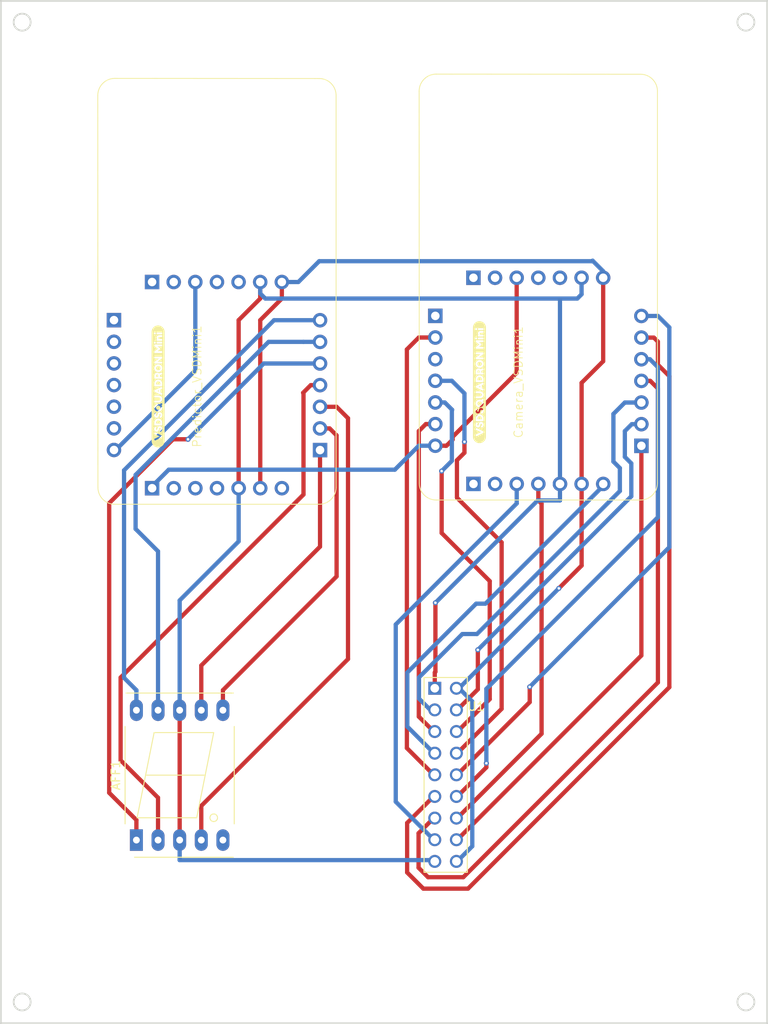
<source format=kicad_pcb>
(kicad_pcb (version 20240108) (generator "pcbnew") (generator_version "8.0")
  (layers (0 "F.Cu" signal) (31 "B.Cu" signal) (34 "B.Paste" user) (35 "F.Paste" user) (36 "B.SilkS" user "B.Silkscreen") (37 "F.SilkS" user "F.Silkscreen") (38 "B.Mask" user) (39 "F.Mask" user) (44 "Edge.Cuts" user))
  (net 0 "")
  (net 1 "Net-(AFF1-c)")
  (net 2 "Net-(AFF1-b)")
  (net 3 "Net-(AFF1-e)")
  (net 4 "Net-(AFF1-a)")
  (net 5 "+3.3V")
  (net 6 "Net-(AFF1-d)")
  (net 7 "Net-(AFF1-f)")
  (net 8 "Net-(AFF1-g)")
  (net 11 "Net-(Camera_VSDMini1-Nano_PC7)")
  (net 13 "Net-(Camera_VSDMini1-Nano_PC4)")
  (net 14 "Net-(Camera_VSDMini1-Nano_PD4)")
  (net 15 "Net-(Camera_VSDMini1-Nano_PD3)")
  (net 16 "Net-(Camera_VSDMini1-Nano_PA2)")
  (net 18 "Net-(Camera_VSDMini1-Nano_PD5)")
  (net 20 "GND")
  (net 21 "Net-(Camera_VSDMini1-Nano_PA1)")
  (net 22 "Net-(Camera_VSDMini1-Nano_PC1)")
  (net 25 "Net-(Camera_VSDMini1-Nano_PD0)")
  (net 26 "Net-(Camera_VSDMini1-Nano_PC6)")
  (net 27 "Net-(Camera_VSDMini1-Nano_PC2)")
  (net 28 "Net-(Camera_VSDMini1-Nano_PC5)")
  (net 29 "Net-(Camera_VSDMini1-Nano_PC0)")
  (net 31 "Net-(Camera_VSDMini1-Nano_PC3)")
  (net 32 "Net-(Camera_VSDMini1-Nano_PD2)")
  (net 36 "Net-(Predictor_VSDMini1-Nano_PD5)")
  (footprint "VSD:VSDSquadron Mini" (layer "F.Cu") (at 73.5486 95.2564 90)
    (property "Reference" "Predictor_VSDMini1" (at 0 -0.5 90) (layer "F.SilkS") (effects (font (thickness 0.1))))
    (property "Value" "~")
    (pad "1" thru_hole rect (at -11.943567 -5.783567 90) (size 1.7 1.7) (drill 1) (layers "*.Cu" "*.Mask") (net 18 "Net-(Camera_VSDMini1-Nano_PD5)"))
    (pad "2" thru_hole oval (at -11.943567 -3.243567 90) (size 1.7 1.7) (drill 1) (layers "*.Cu" "*.Mask"))
    (pad "3" thru_hole oval (at -11.943567 -0.703567 90) (size 1.7 1.7) (drill 1) (layers "*.Cu" "*.Mask"))
    (pad "4" thru_hole oval (at -11.943567 1.836433 90) (size 1.7 1.7) (drill 1) (layers "*.Cu" "*.Mask"))
    (pad "5" thru_hole oval (at -11.943567 4.376433 90) (size 1.7 1.7) (drill 1) (layers "*.Cu" "*.Mask") (net 5 "+3.3V"))
    (pad "5" thru_hole oval (at -11.943567 4.376433 90) (size 1.7 1.7) (drill 1) (layers "*.Cu" "*.Mask") (net 5 "+3.3V"))
    (pad "6" thru_hole oval (at -11.943567 6.916433 90) (size 1.7 1.7) (drill 1) (layers "*.Cu" "*.Mask") (net 20 "GND"))
    (pad "7" thru_hole oval (at -11.943567 9.456433 90) (size 1.7 1.7) (drill 1) (layers "*.Cu" "*.Mask"))
    (pad "8" thru_hole rect (at -7.468567 13.936433 180) (size 1.7 1.7) (drill 1) (layers "*.Cu" "*.Mask") (net 4 "Net-(AFF1-a)"))
    (pad "9" thru_hole oval (at -4.928567 13.936433 180) (size 1.7 1.7) (drill 1) (layers "*.Cu" "*.Mask") (net 2 "Net-(AFF1-b)"))
    (pad "10" thru_hole oval (at -2.388567 13.936433 180) (size 1.7 1.7) (drill 1) (layers "*.Cu" "*.Mask") (net 1 "Net-(AFF1-c)"))
    (pad "11" thru_hole oval (at 0.151433 13.936433 180) (size 1.7 1.7) (drill 1) (layers "*.Cu" "*.Mask") (net 6 "Net-(AFF1-d)"))
    (pad "12" thru_hole oval (at 2.691433 13.936433 180) (size 1.7 1.7) (drill 1) (layers "*.Cu" "*.Mask") (net 3 "Net-(AFF1-e)"))
    (pad "13" thru_hole oval (at 5.231433 13.936433 180) (size 1.7 1.7) (drill 1) (layers "*.Cu" "*.Mask") (net 7 "Net-(AFF1-f)"))
    (pad "14" thru_hole oval (at 7.771433 13.936433 180) (size 1.7 1.7) (drill 1) (layers "*.Cu" "*.Mask") (net 8 "Net-(AFF1-g)"))
    (pad "15" thru_hole oval (at 12.256433 9.451433 90) (size 1.7 1.7) (drill 1) (layers "*.Cu" "*.Mask") (net 20 "GND"))
    (pad "16" thru_hole oval (at 12.256433 6.911433 90) (size 1.7 1.7) (drill 1) (layers "*.Cu" "*.Mask") (net 5 "+3.3V"))
    (pad "17" thru_hole oval (at 12.256433 4.371433 90) (size 1.7 1.7) (drill 1) (layers "*.Cu" "*.Mask"))
    (pad "18" thru_hole oval (at 12.256433 1.831433 90) (size 1.7 1.7) (drill 1) (layers "*.Cu" "*.Mask"))
    (pad "19" thru_hole oval (at 12.256433 -0.708567 90) (size 1.7 1.7) (drill 1) (layers "*.Cu" "*.Mask") (net 36 "Net-(Predictor_VSDMini1-Nano_PD5)"))
    (pad "20" thru_hole oval (at 12.256433 -3.248567 90) (size 1.7 1.7) (drill 1) (layers "*.Cu" "*.Mask"))
    (pad "21" thru_hole rect (at 12.256433 -5.788567 90) (size 1.7 1.7) (drill 1) (layers "*.Cu" "*.Mask"))
    (pad "22" thru_hole rect (at 7.781433 -10.263567) (size 1.7 1.7) (drill 1) (layers "*.Cu" "*.Mask"))
    (pad "23" thru_hole oval (at 5.241433 -10.263567) (size 1.7 1.7) (drill 1) (layers "*.Cu" "*.Mask"))
    (pad "24" thru_hole oval (at 2.701433 -10.263567) (size 1.7 1.7) (drill 1) (layers "*.Cu" "*.Mask"))
    (pad "25" thru_hole oval (at 0.161433 -10.263567) (size 1.7 1.7) (drill 1) (layers "*.Cu" "*.Mask"))
    (pad "26" thru_hole oval (at -2.378567 -10.263567) (size 1.7 1.7) (drill 1) (layers "*.Cu" "*.Mask"))
    (pad "27" thru_hole oval (at -4.918567 -10.263567) (size 1.7 1.7) (drill 1) (layers "*.Cu" "*.Mask"))
    (pad "28" thru_hole oval (at -7.458567 -10.263567) (size 1.7 1.7) (drill 1) (layers "*.Cu" "*.Mask") (net 36 "Net-(Predictor_VSDMini1-Nano_PD5)"))
  )
  (footprint "Display_7Segment:7SegmentLED_LTS6760_LTS6780" (layer "F.Cu") (at 65.92 148.5 90)
    (property "Reference" "AFF1" (at 7.62 -2.42 90) (layer "F.SilkS"))
    (property "Value" "LTS-6960HR")
    (pad "1" thru_hole rect (at 0 0) (size 1.524 2.524) (drill 0.8) (layers "*.Cu" "*.Mask") (net 3 "Net-(AFF1-e)"))
    (pad "2" thru_hole oval (at 0 2.54) (size 1.524 2.524) (drill 0.8) (layers "*.Cu" "*.Mask") (net 6 "Net-(AFF1-d)"))
    (pad "3" thru_hole oval (at 0 5.08) (size 1.524 2.524) (drill 0.8) (layers "*.Cu" "*.Mask") (net 5 "+3.3V"))
    (pad "4" thru_hole oval (at 0 7.62) (size 1.524 2.524) (drill 0.8) (layers "*.Cu" "*.Mask") (net 1 "Net-(AFF1-c)"))
    (pad "5" thru_hole oval (at 0 10.16) (size 1.524 2.524) (drill 0.8) (layers "*.Cu" "*.Mask"))
    (pad "6" thru_hole oval (at 15.24 10.16) (size 1.524 2.524) (drill 0.8) (layers "*.Cu" "*.Mask") (net 2 "Net-(AFF1-b)"))
    (pad "7" thru_hole oval (at 15.24 7.62) (size 1.524 2.524) (drill 0.8) (layers "*.Cu" "*.Mask") (net 4 "Net-(AFF1-a)"))
    (pad "8" thru_hole oval (at 15.24 5.08) (size 1.524 2.524) (drill 0.8) (layers "*.Cu" "*.Mask") (net 5 "+3.3V"))
    (pad "9" thru_hole oval (at 15.24 2.54) (size 1.524 2.524) (drill 0.8) (layers "*.Cu" "*.Mask") (net 7 "Net-(AFF1-f)"))
    (pad "10" thru_hole oval (at 15.24 0) (size 1.524 2.524) (drill 0.8) (layers "*.Cu" "*.Mask") (net 8 "Net-(AFF1-g)"))
  )
  (footprint "VSD:VSDSquadron Mini" (layer "F.Cu") (at 111.2886 94.7564 90)
    (property "Reference" "Camera_VSDMini1" (at 0 -0.5 90) (layer "F.SilkS") (effects (font (thickness 0.1))))
    (property "Value" "~")
    (pad "1" thru_hole rect (at -11.943567 -5.783567 90) (size 1.7 1.7) (drill 1) (layers "*.Cu" "*.Mask"))
    (pad "2" thru_hole oval (at -11.943567 -3.243567 90) (size 1.7 1.7) (drill 1) (layers "*.Cu" "*.Mask"))
    (pad "3" thru_hole oval (at -11.943567 -0.703567 90) (size 1.7 1.7) (drill 1) (layers "*.Cu" "*.Mask") (net 21 "Net-(Camera_VSDMini1-Nano_PA1)"))
    (pad "4" thru_hole oval (at -11.943567 1.836433 90) (size 1.7 1.7) (drill 1) (layers "*.Cu" "*.Mask") (net 16 "Net-(Camera_VSDMini1-Nano_PA2)"))
    (pad "5" thru_hole oval (at -11.943567 4.376433 90) (size 1.7 1.7) (drill 1) (layers "*.Cu" "*.Mask") (net 5 "+3.3V"))
    (pad "5" thru_hole oval (at -11.943567 4.376433 90) (size 1.7 1.7) (drill 1) (layers "*.Cu" "*.Mask") (net 5 "+3.3V"))
    (pad "6" thru_hole oval (at -11.943567 6.916433 90) (size 1.7 1.7) (drill 1) (layers "*.Cu" "*.Mask") (net 20 "GND"))
    (pad "7" thru_hole oval (at -11.943567 9.456433 90) (size 1.7 1.7) (drill 1) (layers "*.Cu" "*.Mask") (net 25 "Net-(Camera_VSDMini1-Nano_PD0)"))
    (pad "8" thru_hole rect (at -7.468567 13.936433 180) (size 1.7 1.7) (drill 1) (layers "*.Cu" "*.Mask") (net 29 "Net-(Camera_VSDMini1-Nano_PC0)"))
    (pad "9" thru_hole oval (at -4.928567 13.936433 180) (size 1.7 1.7) (drill 1) (layers "*.Cu" "*.Mask") (net 22 "Net-(Camera_VSDMini1-Nano_PC1)"))
    (pad "10" thru_hole oval (at -2.388567 13.936433 180) (size 1.7 1.7) (drill 1) (layers "*.Cu" "*.Mask") (net 27 "Net-(Camera_VSDMini1-Nano_PC2)"))
    (pad "11" thru_hole oval (at 0.151433 13.936433 180) (size 1.7 1.7) (drill 1) (layers "*.Cu" "*.Mask") (net 31 "Net-(Camera_VSDMini1-Nano_PC3)"))
    (pad "12" thru_hole oval (at 2.691433 13.936433 180) (size 1.7 1.7) (drill 1) (layers "*.Cu" "*.Mask") (net 13 "Net-(Camera_VSDMini1-Nano_PC4)"))
    (pad "13" thru_hole oval (at 5.231433 13.936433 180) (size 1.7 1.7) (drill 1) (layers "*.Cu" "*.Mask") (net 28 "Net-(Camera_VSDMini1-Nano_PC5)"))
    (pad "14" thru_hole oval (at 7.771433 13.936433 180) (size 1.7 1.7) (drill 1) (layers "*.Cu" "*.Mask") (net 26 "Net-(Camera_VSDMini1-Nano_PC6)"))
    (pad "15" thru_hole oval (at 12.256433 9.451433 90) (size 1.7 1.7) (drill 1) (layers "*.Cu" "*.Mask") (net 20 "GND"))
    (pad "16" thru_hole oval (at 12.256433 6.911433 90) (size 1.7 1.7) (drill 1) (layers "*.Cu" "*.Mask") (net 5 "+3.3V"))
    (pad "17" thru_hole oval (at 12.256433 4.371433 90) (size 1.7 1.7) (drill 1) (layers "*.Cu" "*.Mask"))
    (pad "18" thru_hole oval (at 12.256433 1.831433 90) (size 1.7 1.7) (drill 1) (layers "*.Cu" "*.Mask"))
    (pad "19" thru_hole oval (at 12.256433 -0.708567 90) (size 1.7 1.7) (drill 1) (layers "*.Cu" "*.Mask") (net 18 "Net-(Camera_VSDMini1-Nano_PD5)"))
    (pad "20" thru_hole oval (at 12.256433 -3.248567 90) (size 1.7 1.7) (drill 1) (layers "*.Cu" "*.Mask"))
    (pad "21" thru_hole rect (at 12.256433 -5.788567 90) (size 1.7 1.7) (drill 1) (layers "*.Cu" "*.Mask"))
    (pad "22" thru_hole rect (at 7.781433 -10.263567) (size 1.7 1.7) (drill 1) (layers "*.Cu" "*.Mask"))
    (pad "23" thru_hole oval (at 5.241433 -10.263567) (size 1.7 1.7) (drill 1) (layers "*.Cu" "*.Mask") (net 11 "Net-(Camera_VSDMini1-Nano_PC7)"))
    (pad "24" thru_hole oval (at 2.701433 -10.263567) (size 1.7 1.7) (drill 1) (layers "*.Cu" "*.Mask"))
    (pad "25" thru_hole oval (at 0.161433 -10.263567) (size 1.7 1.7) (drill 1) (layers "*.Cu" "*.Mask") (net 32 "Net-(Camera_VSDMini1-Nano_PD2)"))
    (pad "26" thru_hole oval (at -2.378567 -10.263567) (size 1.7 1.7) (drill 1) (layers "*.Cu" "*.Mask") (net 15 "Net-(Camera_VSDMini1-Nano_PD3)"))
    (pad "27" thru_hole oval (at -4.918567 -10.263567) (size 1.7 1.7) (drill 1) (layers "*.Cu" "*.Mask") (net 14 "Net-(Camera_VSDMini1-Nano_PD4)"))
    (pad "28" thru_hole oval (at -7.458567 -10.263567) (size 1.7 1.7) (drill 1) (layers "*.Cu" "*.Mask") (net 18 "Net-(Camera_VSDMini1-Nano_PD5)"))
  )
  (footprint "OV7670:CAMERA-OV7670-DIP" (layer "F.Cu") (at 114.46 141)
    (property "Reference" "U1" (at -8.652 -8.19 180) (layer "F.SilkS"))
    (property "Value" "CAMERA-OV7670")
    (pad "P$1" thru_hole circle (at -13.5 10) (size 1.524 1.524) (drill 1.016) (layers "*.Cu" "*.Mask") (net 5 "+3.3V"))
    (pad "P$2" thru_hole circle (at -13.5 7.46) (size 1.524 1.524) (drill 1.016) (layers "*.Cu" "*.Mask") (net 21 "Net-(Camera_VSDMini1-Nano_PA1)"))
    (pad "P$3" thru_hole circle (at -13.5 4.92) (size 1.524 1.524) (drill 1.016) (layers "*.Cu" "*.Mask") (net 31 "Net-(Camera_VSDMini1-Nano_PC3)"))
    (pad "P$4" thru_hole circle (at -13.5 2.38) (size 1.524 1.524) (drill 1.016) (layers "*.Cu" "*.Mask") (net 28 "Net-(Camera_VSDMini1-Nano_PC5)"))
    (pad "P$5" thru_hole circle (at -13.5 -0.16) (size 1.524 1.524) (drill 1.016) (layers "*.Cu" "*.Mask") (net 11 "Net-(Camera_VSDMini1-Nano_PC7)"))
    (pad "P$6" thru_hole circle (at -13.5 -2.7) (size 1.524 1.524) (drill 1.016) (layers "*.Cu" "*.Mask") (net 25 "Net-(Camera_VSDMini1-Nano_PD0)"))
    (pad "P$7" thru_hole circle (at -13.5 -5.24) (size 1.524 1.524) (drill 1.016) (layers "*.Cu" "*.Mask") (net 14 "Net-(Camera_VSDMini1-Nano_PD4)"))
    (pad "P$8" thru_hole circle (at -13.5 -7.78) (size 1.524 1.524) (drill 1.016) (layers "*.Cu" "*.Mask") (net 27 "Net-(Camera_VSDMini1-Nano_PC2)"))
    (pad "P$9" thru_hole rect (at -13.5 -10.32) (size 1.524 1.524) (drill 1.016) (layers "*.Cu" "*.Mask") (net 5 "+3.3V"))
    (pad "P$10" thru_hole circle (at -10.96 -10.32) (size 1.524 1.524) (drill 1.016) (layers "*.Cu" "*.Mask") (net 20 "GND"))
    (pad "P$11" thru_hole circle (at -10.96 -7.78) (size 1.524 1.524) (drill 1.016) (layers "*.Cu" "*.Mask") (net 22 "Net-(Camera_VSDMini1-Nano_PC1)"))
    (pad "P$12" thru_hole circle (at -10.96 -5.24) (size 1.524 1.524) (drill 1.016) (layers "*.Cu" "*.Mask") (net 15 "Net-(Camera_VSDMini1-Nano_PD3)"))
    (pad "P$13" thru_hole circle (at -10.96 -2.7) (size 1.524 1.524) (drill 1.016) (layers "*.Cu" "*.Mask") (net 32 "Net-(Camera_VSDMini1-Nano_PD2)"))
    (pad "P$14" thru_hole circle (at -10.96 -0.16) (size 1.524 1.524) (drill 1.016) (layers "*.Cu" "*.Mask") (net 26 "Net-(Camera_VSDMini1-Nano_PC6)"))
    (pad "P$15" thru_hole circle (at -10.96 2.38) (size 1.524 1.524) (drill 1.016) (layers "*.Cu" "*.Mask") (net 13 "Net-(Camera_VSDMini1-Nano_PC4)"))
    (pad "P$16" thru_hole circle (at -10.96 4.92) (size 1.524 1.524) (drill 1.016) (layers "*.Cu" "*.Mask") (net 16 "Net-(Camera_VSDMini1-Nano_PA2)"))
    (pad "P$17" thru_hole circle (at -10.96 7.46) (size 1.524 1.524) (drill 1.016) (layers "*.Cu" "*.Mask") (net 29 "Net-(Camera_VSDMini1-Nano_PC0)"))
    (pad "P$18" thru_hole circle (at -10.96 10) (size 1.524 1.524) (drill 1.016) (layers "*.Cu" "*.Mask") (net 20 "GND"))
  )
  (gr_circle (center 52.5 52.5) (end 52.5 53.5) (stroke (width 0.2)) (fill none) (layer "Edge.Cuts"))
  (gr_rect (start 50 50) (end 140 170) (stroke (width 0.2)) (fill none) (layer "Edge.Cuts"))
  (gr_circle (center 137.5 167.5) (end 137.5 168.5) (stroke (width 0.2)) (fill none) (layer "Edge.Cuts"))
  (gr_circle (center 137.5 52.5) (end 137.5 53.5) (stroke (width 0.2)) (fill none) (layer "Edge.Cuts"))
  (gr_circle (center 52.5 167.5) (end 52.5 168.5) (stroke (width 0.2)) (fill none) (layer "Edge.Cuts"))
  (segment (start 73.54 144.4865) (end 73.54 148.5) (width 0.5) (layer "F.Cu") (net 1))
  (segment (start 89.4267 97.645) (end 90.7704 98.9887) (width 0.5) (layer "F.Cu") (net 1))
  (segment (start 90.7704 127.2561) (end 73.54 144.4865) (width 0.5) (layer "F.Cu") (net 1))
  (segment (start 90.7704 98.9887) (end 90.7704 127.2561) (width 0.5) (layer "F.Cu") (net 1))
  (segment (start 87.485 97.645) (end 89.4267 97.645) (width 0.5) (layer "F.Cu") (net 1))
  (segment (start 89.4304 101) (end 89.4304 117.5559) (width 0.5) (layer "F.Cu") (net 2))
  (segment (start 88.6154 100.185) (end 89.4304 101) (width 0.5) (layer "F.Cu") (net 2))
  (segment (start 76.08 130.9063) (end 76.08 133.26) (width 0.5) (layer "F.Cu") (net 2))
  (segment (start 87.485 100.185) (end 88.6154 100.185) (width 0.5) (layer "F.Cu") (net 2))
  (segment (start 89.4304 117.5559) (end 76.08 130.9063) (width 0.5) (layer "F.Cu") (net 2))
  (segment (start 62.7245 142.9508) (end 62.7245 108.9565) (width 0.5) (layer "F.Cu") (net 3))
  (segment (start 70.2223 101.4587) (end 71.9788 101.4587) (width 0.5) (layer "F.Cu") (net 3))
  (segment (start 62.7245 108.9565) (end 70.2223 101.4587) (width 0.5) (layer "F.Cu") (net 3))
  (segment (start 65.92 146.1463) (end 62.7245 142.9508) (width 0.5) (layer "F.Cu") (net 3))
  (segment (start 65.92 148.5) (end 65.92 146.1463) (width 0.5) (layer "F.Cu") (net 3))
  (via (at 71.9788 101.4587) (size 0.6) (drill 0.3) (layers "F.Cu" "B.Cu") (net 3))
  (segment (start 87.485 92.565) (end 80.8725 92.565) (width 0.5) (layer "B.Cu") (net 3))
  (segment (start 80.8725 92.565) (end 71.9788 101.4587) (width 0.5) (layer "B.Cu") (net 3))
  (segment (start 87.485 114.0599) (end 73.54 128.0049) (width 0.5) (layer "F.Cu") (net 4))
  (segment (start 73.54 128.0049) (end 73.54 133.26) (width 0.5) (layer "F.Cu") (net 4))
  (segment (start 87.485 102.725) (end 87.485 114.0599) (width 0.5) (layer "F.Cu") (net 4))
  (segment (start 80.46 83) (end 80.46 84.9417) (width 0.5) (layer "F.Cu") (net 5))
  (segment (start 77.925 87.4767) (end 80.46 84.9417) (width 0.5) (layer "F.Cu") (net 5))
  (segment (start 101.0367 128.7496) (end 101.0367 120.6495) (width 0.5) (layer "F.Cu") (net 5))
  (segment (start 100.96 130.68) (end 100.96 128.8263) (width 0.5) (layer "F.Cu") (net 5))
  (segment (start 100.96 128.8263) (end 101.0367 128.7496) (width 0.5) (layer "F.Cu") (net 5))
  (segment (start 77.925 107.2) (end 77.925 87.4767) (width 0.5) (layer "F.Cu") (net 5))
  (segment (start 71 148.5) (end 71 133.26) (width 0.5) (layer "F.Cu") (net 5))
  (via (at 101.0367 120.6495) (size 0.6) (drill 0.3) (layers "F.Cu" "B.Cu") (net 5))
  (segment (start 118.2 82.5) (end 118.2 84.4417) (width 0.5) (layer "B.Cu") (net 5))
  (segment (start 118.2 84.4417) (end 117.7 84.9417) (width 0.5) (layer "B.Cu") (net 5))
  (segment (start 77.925 113.4457) (end 77.925 107.2) (width 0.5) (layer "B.Cu") (net 5))
  (segment (start 80.46 84.3434) (end 80.46 83) (width 0.5) (layer "B.Cu") (net 5))
  (segment (start 113.0445 108.6417) (end 101.0367 120.6495) (width 0.5) (layer "B.Cu") (net 5))
  (segment (start 100.8137 150.8537) (end 100.96 151) (width 0.5) (layer "B.Cu") (net 5))
  (segment (start 115.665 84.9417) (end 115.665 106.7) (width 0.5) (layer "B.Cu") (net 5))
  (segment (start 115.665 108.6417) (end 113.0445 108.6417) (width 0.5) (layer "B.Cu") (net 5))
  (segment (start 115.665 106.7) (end 115.665 108.6417) (width 0.5) (layer "B.Cu") (net 5))
  (segment (start 81.0583 84.9417) (end 80.46 84.3434) (width 0.5) (layer "B.Cu") (net 5))
  (segment (start 71 133.26) (end 71 120.3707) (width 0.5) (layer "B.Cu") (net 5))
  (segment (start 117.7 84.9417) (end 115.665 84.9417) (width 0.5) (layer "B.Cu") (net 5))
  (segment (start 71 120.3707) (end 77.925 113.4457) (width 0.5) (layer "B.Cu") (net 5))
  (segment (start 115.665 84.9417) (end 81.0583 84.9417) (width 0.5) (layer "B.Cu") (net 5))
  (segment (start 71 148.5) (end 71 150.8537) (width 0.5) (layer "B.Cu") (net 5))
  (segment (start 71 150.8537) (end 100.8137 150.8537) (width 0.5) (layer "B.Cu") (net 5))
  (segment (start 85.5433 96.0433) (end 85.5 96) (width 0.5) (layer "F.Cu") (net 6))
  (segment (start 64.0663 129.4226) (end 85.5433 107.9456) (width 0.5) (layer "F.Cu") (net 6))
  (segment (start 86.395 95.105) (end 87.485 95.105) (width 0.5) (layer "F.Cu") (net 6))
  (segment (start 64.0663 139.1317) (end 64.0663 129.4226) (width 0.5) (layer "F.Cu") (net 6))
  (segment (start 68.46 148.5) (end 68.46 143.5254) (width 0.5) (layer "F.Cu") (net 6))
  (segment (start 85.5433 107.9456) (end 85.5433 96.0433) (width 0.5) (layer "F.Cu") (net 6))
  (segment (start 68.46 143.5254) (end 64.0663 139.1317) (width 0.5) (layer "F.Cu") (net 6))
  (segment (start 85.5 96) (end 86.395 95.105) (width 0.5) (layer "F.Cu") (net 6))
  (segment (start 87.485 90.025) (end 85.5433 90.025) (width 0.5) (layer "B.Cu") (net 7))
  (segment (start 81.4424 90.025) (end 85.5433 90.025) (width 0.5) (layer "B.Cu") (net 7))
  (segment (start 68.46 114.611) (end 65.8233 111.9743) (width 0.5) (layer "B.Cu") (net 7))
  (segment (start 65.8233 111.9743) (end 65.8233 105.6441) (width 0.5) (layer "B.Cu") (net 7))
  (segment (start 65.8233 105.6441) (end 81.4424 90.025) (width 0.5) (layer "B.Cu") (net 7))
  (segment (start 68.46 133.26) (end 68.46 114.611) (width 0.5) (layer "B.Cu") (net 7))
  (segment (start 65.92 130.9063) (end 64.4692 129.4555) (width 0.5) (layer "B.Cu") (net 8))
  (segment (start 65.92 133.26) (end 65.92 130.9063) (width 0.5) (layer "B.Cu") (net 8))
  (segment (start 64.4692 105.0986) (end 82.0828 87.485) (width 0.5) (layer "B.Cu") (net 8))
  (segment (start 64.4692 129.4555) (end 64.4692 105.0986) (width 0.5) (layer "B.Cu") (net 8))
  (segment (start 82.0828 87.485) (end 87.485 87.485) (width 0.5) (layer "B.Cu") (net 8))
  (segment (start 99.0833 89.515) (end 97.6843 90.914) (width 0.5) (layer "F.Cu") (net 11))
  (segment (start 100.8226 140.84) (end 100.96 140.84) (width 0.5) (layer "F.Cu") (net 11))
  (segment (start 101.025 89.515) (end 99.0833 89.515) (width 0.5) (layer "F.Cu") (net 11))
  (segment (start 97.6843 137.7017) (end 100.8226 140.84) (width 0.5) (layer "F.Cu") (net 11))
  (segment (start 97.6843 90.914) (end 97.6843 137.7017) (width 0.5) (layer "F.Cu") (net 11))
  (segment (start 103.6036 143.38) (end 103.5 143.38) (width 0.5) (layer "F.Cu") (net 13))
  (segment (start 107.0192 139.9644) (end 103.6036 143.38) (width 0.5) (layer "F.Cu") (net 13))
  (segment (start 107.0192 139.4795) (end 107.0192 139.9644) (width 0.5) (layer "F.Cu") (net 13))
  (via (at 107.0192 139.4795) (size 0.6) (drill 0.3) (layers "F.Cu" "B.Cu") (net 13))
  (segment (start 127.1667 93) (end 127.1667 110.6049) (width 0.5) (layer "B.Cu") (net 13))
  (segment (start 125.225 92.065) (end 126.2317 92.065) (width 0.5) (layer "B.Cu") (net 13))
  (segment (start 126.2317 92.065) (end 127.1667 93) (width 0.5) (layer "B.Cu") (net 13))
  (segment (start 107.0192 130.7524) (end 107.0192 139.4795) (width 0.5) (layer "B.Cu") (net 13))
  (segment (start 127.1667 110.6049) (end 107.0192 130.7524) (width 0.5) (layer "B.Cu") (net 13))
  (segment (start 99.0833 100.5) (end 99.9083 99.675) (width 0.5) (layer "F.Cu") (net 14))
  (segment (start 99.0833 134.004) (end 99.0833 100.5) (width 0.5) (layer "F.Cu") (net 14))
  (segment (start 99.9083 99.675) (end 101.025 99.675) (width 0.5) (layer "F.Cu") (net 14))
  (segment (start 100.8393 135.76) (end 99.0833 134.004) (width 0.5) (layer "F.Cu") (net 14))
  (segment (start 100.96 135.76) (end 100.8393 135.76) (width 0.5) (layer "F.Cu") (net 14))
  (segment (start 103.5 135.76) (end 103.6158 135.76) (width 0.5) (layer "F.Cu") (net 15))
  (segment (start 103.6158 135.76) (end 107.4149 131.9609) (width 0.5) (layer "F.Cu") (net 15))
  (segment (start 107.4149 118.1063) (end 101.7683 112.4597) (width 0.5) (layer "F.Cu") (net 15))
  (segment (start 101.7683 112.4597) (end 101.7683 105.1919) (width 0.5) (layer "F.Cu") (net 15))
  (segment (start 107.4149 131.9609) (end 107.4149 118.1063) (width 0.5) (layer "F.Cu") (net 15))
  (via (at 101.7683 105.1919) (size 0.6) (drill 0.3) (layers "F.Cu" "B.Cu") (net 15))
  (segment (start 102.9667 98.0333) (end 102.9667 103.9935) (width 0.5) (layer "B.Cu") (net 15))
  (segment (start 101.025 97.135) (end 102.135 97.135) (width 0.5) (layer "B.Cu") (net 15))
  (segment (start 103 98) (end 102.9667 98.0333) (width 0.5) (layer "B.Cu") (net 15))
  (segment (start 102.9667 103.9935) (end 101.7683 105.1919) (width 0.5) (layer "B.Cu") (net 15))
  (segment (start 102.135 97.135) (end 103 98) (width 0.5) (layer "B.Cu") (net 15))
  (segment (start 113.125 108.6417) (end 113.5028 109.0195) (width 0.5) (layer "F.Cu") (net 16))
  (segment (start 113.125 106.7) (end 113.125 108.6417) (width 0.5) (layer "F.Cu") (net 16))
  (segment (start 113.5028 136.0201) (end 103.6029 145.92) (width 0.5) (layer "F.Cu") (net 16))
  (segment (start 113.5028 109.0195) (end 113.5028 136.0201) (width 0.5) (layer "F.Cu") (net 16))
  (segment (start 103.6029 145.92) (end 103.5 145.92) (width 0.5) (layer "F.Cu") (net 16))
  (segment (start 103.0565 101.5) (end 103.0565 101.179943) (width 0.5) (layer "F.Cu") (net 18))
  (segment (start 102.3415 102.215) (end 103.0565 101.5) (width 0.5) (layer "F.Cu") (net 18))
  (segment (start 102.215 102.215) (end 101.025 102.215) (width 0.5) (layer "F.Cu") (net 18))
  (segment (start 103.0565 101.179943) (end 110.58 93.656443) (width 0.5) (layer "F.Cu") (net 18))
  (segment (start 102.2517 102.215) (end 102.215 102.215) (width 0.5) (layer "F.Cu") (net 18))
  (segment (start 110.58 93.656443) (end 110.58 82.5) (width 0.5) (layer "F.Cu") (net 18))
  (segment (start 102.215 102.215) (end 102.3415 102.215) (width 0.5) (layer "F.Cu") (net 18))
  (segment (start 67.765 106.9787) (end 67.765 107.2) (width 0.5) (layer "B.Cu") (net 18))
  (segment (start 101.025 102.215) (end 99.0833 102.215) (width 0.5) (layer "B.Cu") (net 18))
  (segment (start 69.717 105.0267) (end 67.765 106.9787) (width 0.5) (layer "B.Cu") (net 18))
  (segment (start 96.2716 105.0267) (end 69.717 105.0267) (width 0.5) (layer "B.Cu") (net 18))
  (segment (start 99.0833 102.215) (end 96.2716 105.0267) (width 0.5) (layer "B.Cu") (net 18))
  (segment (start 80.465 87.4767) (end 80.465 107.2) (width 0.5) (layer "F.Cu") (net 20))
  (segment (start 118.205 116.2832) (end 115.5315 118.9567) (width 0.5) (layer "F.Cu") (net 20))
  (segment (start 118.205 94.8334) (end 118.205 106.7) (width 0.5) (layer "F.Cu") (net 20))
  (segment (start 120.74 92.2984) (end 118.205 94.8334) (width 0.5) (layer "F.Cu") (net 20))
  (segment (start 118.205 106.7) (end 118.205 116.2832) (width 0.5) (layer "F.Cu") (net 20))
  (segment (start 83 84.9417) (end 80.465 87.4767) (width 0.5) (layer "F.Cu") (net 20))
  (segment (start 120.74 82.5) (end 120.74 92.2984) (width 0.5) (layer "F.Cu") (net 20))
  (segment (start 83 83) (end 83 84.9417) (width 0.5) (layer "F.Cu") (net 20))
  (via (at 115.5315 118.9567) (size 0.6) (drill 0.3) (layers "F.Cu" "B.Cu") (net 20))
  (segment (start 120.74 82.5) (end 120.74 81.74) (width 0.5) (layer "B.Cu") (net 20))
  (segment (start 103.589 151) (end 103.5 151) (width 0.5) (layer "B.Cu") (net 20))
  (segment (start 119.4417 80.5583) (end 87.3834 80.5583) (width 0.5) (layer "B.Cu") (net 20))
  (segment (start 87.3834 80.5583) (end 84.9417 83) (width 0.5) (layer "B.Cu") (net 20))
  (segment (start 84.9417 83) (end 83 83) (width 0.5) (layer "B.Cu") (net 20))
  (segment (start 119.5 80.5) (end 119.4417 80.5583) (width 0.5) (layer "B.Cu") (net 20))
  (segment (start 105.3676 149.2214) (end 103.589 151) (width 0.5) (layer "B.Cu") (net 20))
  (segment (start 103.8082 130.68) (end 105.3676 132.2394) (width 0.5) (layer "B.Cu") (net 20))
  (segment (start 120.74 81.74) (end 119.5 80.5) (width 0.5) (layer "B.Cu") (net 20))
  (segment (start 103.8082 130.68) (end 103.5 130.68) (width 0.5) (layer "B.Cu") (net 20))
  (segment (start 115.5315 118.9567) (end 103.8082 130.68) (width 0.5) (layer "B.Cu") (net 20))
  (segment (start 105.3676 132.2394) (end 105.3676 149.2214) (width 0.5) (layer "B.Cu") (net 20))
  (segment (start 110.585 108.9894) (end 96.3765 123.1979) (width 0.5) (layer "B.Cu") (net 21))
  (segment (start 96.3765 123.1979) (end 96.3765 143.9975) (width 0.5) (layer "B.Cu") (net 21))
  (segment (start 96.3765 143.9975) (end 100.839 148.46) (width 0.5) (layer "B.Cu") (net 21))
  (segment (start 100.839 148.46) (end 100.96 148.46) (width 0.5) (layer "B.Cu") (net 21))
  (segment (start 110.585 106.7) (end 110.585 108.9894) (width 0.5) (layer "B.Cu") (net 21))
  (segment (start 103.6047 133.22) (end 106.0192 130.8055) (width 0.5) (layer "F.Cu") (net 22))
  (segment (start 106.0192 130.8055) (end 106.0192 126.174) (width 0.5) (layer "F.Cu") (net 22))
  (segment (start 103.5 133.22) (end 103.6047 133.22) (width 0.5) (layer "F.Cu") (net 22))
  (via (at 106.0192 126.174) (size 0.6) (drill 0.3) (layers "F.Cu" "B.Cu") (net 22))
  (segment (start 124.0433 104.2872) (end 124.0433 108.1499) (width 0.5) (layer "B.Cu") (net 22))
  (segment (start 124.0433 108.1499) (end 106.0192 126.174) (width 0.5) (layer "B.Cu") (net 22))
  (segment (start 123.2833 103.5272) (end 124.0433 104.2872) (width 0.5) (layer "B.Cu") (net 22))
  (segment (start 123.2833 100.5) (end 123.2833 103.5272) (width 0.5) (layer "B.Cu") (net 22))
  (segment (start 125.225 99.685) (end 124.0983 99.685) (width 0.5) (layer "B.Cu") (net 22))
  (segment (start 124.0983 99.685) (end 123.2833 100.5) (width 0.5) (layer "B.Cu") (net 22))
  (segment (start 100.8558 138.3) (end 97.7359 135.1801) (width 0.5) (layer "B.Cu") (net 25))
  (segment (start 105.8164 120.753) (end 106.9143 120.753) (width 0.5) (layer "B.Cu") (net 25))
  (segment (start 120.745 106.9223) (end 120.745 106.7) (width 0.5) (layer "B.Cu") (net 25))
  (segment (start 97.7359 128.8335) (end 105.8164 120.753) (width 0.5) (layer "B.Cu") (net 25))
  (segment (start 106.9143 120.753) (end 120.745 106.9223) (width 0.5) (layer "B.Cu") (net 25))
  (segment (start 97.7359 135.1801) (end 97.7359 128.8335) (width 0.5) (layer "B.Cu") (net 25))
  (segment (start 100.96 138.3) (end 100.8558 138.3) (width 0.5) (layer "B.Cu") (net 25))
  (segment (start 103.5816 140.84) (end 103.5 140.84) (width 0.5) (layer "F.Cu") (net 26))
  (segment (start 112.1106 130.5207) (end 112.1106 132.311) (width 0.5) (layer "F.Cu") (net 26))
  (segment (start 112.1106 132.311) (end 103.5816 140.84) (width 0.5) (layer "F.Cu") (net 26))
  (via (at 112.1106 130.5207) (size 0.6) (drill 0.3) (layers "F.Cu" "B.Cu") (net 26))
  (segment (start 128.5084 114.1229) (end 128.5084 88.3267) (width 0.5) (layer "B.Cu") (net 26))
  (segment (start 125.225 86.985) (end 127.1667 86.985) (width 0.5) (layer "B.Cu") (net 26))
  (segment (start 128.5084 88.3267) (end 127.1667 86.985) (width 0.5) (layer "B.Cu") (net 26))
  (segment (start 112.1106 130.5207) (end 128.5084 114.1229) (width 0.5) (layer "B.Cu") (net 26))
  (segment (start 104.2006 124.3143) (end 105.9183 124.3143) (width 0.5) (layer "B.Cu") (net 27))
  (segment (start 99.1063 131.8942) (end 99.1063 129.4086) (width 0.5) (layer "B.Cu") (net 27))
  (segment (start 121.9416 104.083) (end 121.9416 98.4867) (width 0.5) (layer "B.Cu") (net 27))
  (segment (start 122.6963 107.5363) (end 122.6963 104.8377) (width 0.5) (layer "B.Cu") (net 27))
  (segment (start 100.4321 133.22) (end 99.1063 131.8942) (width 0.5) (layer "B.Cu") (net 27))
  (segment (start 100.96 133.22) (end 100.4321 133.22) (width 0.5) (layer "B.Cu") (net 27))
  (segment (start 99.1063 129.4086) (end 104.2006 124.3143) (width 0.5) (layer "B.Cu") (net 27))
  (segment (start 121.9416 98.4867) (end 123.2833 97.145) (width 0.5) (layer "B.Cu") (net 27))
  (segment (start 105.9183 124.3143) (end 122.6963 107.5363) (width 0.5) (layer "B.Cu") (net 27))
  (segment (start 122.6963 104.8377) (end 121.9416 104.083) (width 0.5) (layer "B.Cu") (net 27))
  (segment (start 125.225 97.145) (end 123.2833 97.145) (width 0.5) (layer "B.Cu") (net 27))
  (segment (start 128.5084 130.557) (end 128.5084 94.0492) (width 0.5) (layer "F.Cu") (net 28))
  (segment (start 127.1667 92.7076) (end 127.1667 90) (width 0.5) (layer "F.Cu") (net 28))
  (segment (start 97.7158 152.3007) (end 99.6152 154.2001) (width 0.5) (layer "F.Cu") (net 28))
  (segment (start 99.6152 154.2001) (end 104.8653 154.2001) (width 0.5) (layer "F.Cu") (net 28))
  (segment (start 128.5084 94.0492) (end 127.1668 92.7076) (width 0.5) (layer "F.Cu") (net 28))
  (segment (start 97.7158 146.4891) (end 97.7158 152.3007) (width 0.5) (layer "F.Cu") (net 28))
  (segment (start 104.8653 154.2001) (end 128.5084 130.557) (width 0.5) (layer "F.Cu") (net 28))
  (segment (start 126.6917 89.525) (end 125.225 89.525) (width 0.5) (layer "F.Cu") (net 28))
  (segment (start 100.8249 143.38) (end 97.7158 146.4891) (width 0.5) (layer "F.Cu") (net 28))
  (segment (start 127.1668 92.7076) (end 127.1667 92.7076) (width 0.5) (layer "F.Cu") (net 28))
  (segment (start 100.96 143.38) (end 100.8249 143.38) (width 0.5) (layer "F.Cu") (net 28))
  (segment (start 127.1667 90) (end 126.6917 89.525) (width 0.5) (layer "F.Cu") (net 28))
  (segment (start 125.225 102.225) (end 125.225 126.8339) (width 0.5) (layer "F.Cu") (net 29))
  (segment (start 125.225 126.8339) (end 103.5989 148.46) (width 0.5) (layer "F.Cu") (net 29))
  (segment (start 103.5989 148.46) (end 103.5 148.46) (width 0.5) (layer "F.Cu") (net 29))
  (segment (start 126.2717 94.605) (end 127.1667 95.5) (width 0.5) (layer "F.Cu") (net 31))
  (segment (start 125.225 94.605) (end 126.2717 94.605) (width 0.5) (layer "F.Cu") (net 31))
  (segment (start 104.3095 152.8584) (end 100.171 152.8584) (width 0.5) (layer "F.Cu") (net 31))
  (segment (start 99.0575 151.7449) (end 99.0575 147.6967) (width 0.5) (layer "F.Cu") (net 31))
  (segment (start 100.8342 145.92) (end 100.96 145.92) (width 0.5) (layer "F.Cu") (net 31))
  (segment (start 99.0575 147.6967) (end 100.8342 145.92) (width 0.5) (layer "F.Cu") (net 31))
  (segment (start 127.1667 130.0012) (end 104.3095 152.8584) (width 0.5) (layer "F.Cu") (net 31))
  (segment (start 100.171 152.8584) (end 99.0575 151.7449) (width 0.5) (layer "F.Cu") (net 31))
  (segment (start 127.1667 95.5) (end 127.1667 130.0012) (width 0.5) (layer "F.Cu") (net 31))
  (segment (start 104.4465 103.038) (end 104.4465 101.7557) (width 0.5) (layer "F.Cu") (net 32))
  (segment (start 103.6089 138.3) (end 108.8123 133.0966) (width 0.5) (layer "F.Cu") (net 32))
  (segment (start 108.8123 133.0966) (end 108.8123 113.5602) (width 0.5) (layer "F.Cu") (net 32))
  (segment (start 108.8123 113.5602) (end 103.5633 108.3112) (width 0.5) (layer "F.Cu") (net 32))
  (segment (start 103.5 138.3) (end 103.6089 138.3) (width 0.5) (layer "F.Cu") (net 32))
  (segment (start 103.5633 108.3112) (end 103.5633 103.9212) (width 0.5) (layer "F.Cu") (net 32))
  (segment (start 103.5633 103.9212) (end 104.4465 103.038) (width 0.5) (layer "F.Cu") (net 32))
  (via (at 104.4465 101.7557) (size 0.6) (drill 0.3) (layers "F.Cu" "B.Cu") (net 32))
  (segment (start 104.4465 96.0748) (end 104.4465 101.7557) (width 0.5) (layer "B.Cu") (net 32))
  (segment (start 101.025 94.595) (end 102.9667 94.595) (width 0.5) (layer "B.Cu") (net 32))
  (segment (start 102.9667 94.595) (end 104.4465 96.0748) (width 0.5) (layer "B.Cu") (net 32))
  (segment (start 72.84 93.366) (end 72.84 83) (width 0.5) (layer "B.Cu") (net 36))
  (segment (start 63.491 102.715) (end 72.84 93.366) (width 0.5) (layer "B.Cu") (net 36))
  (segment (start 63.285 102.715) (end 63.491 102.715) (width 0.5) (layer "B.Cu") (net 36))
)
</source>
